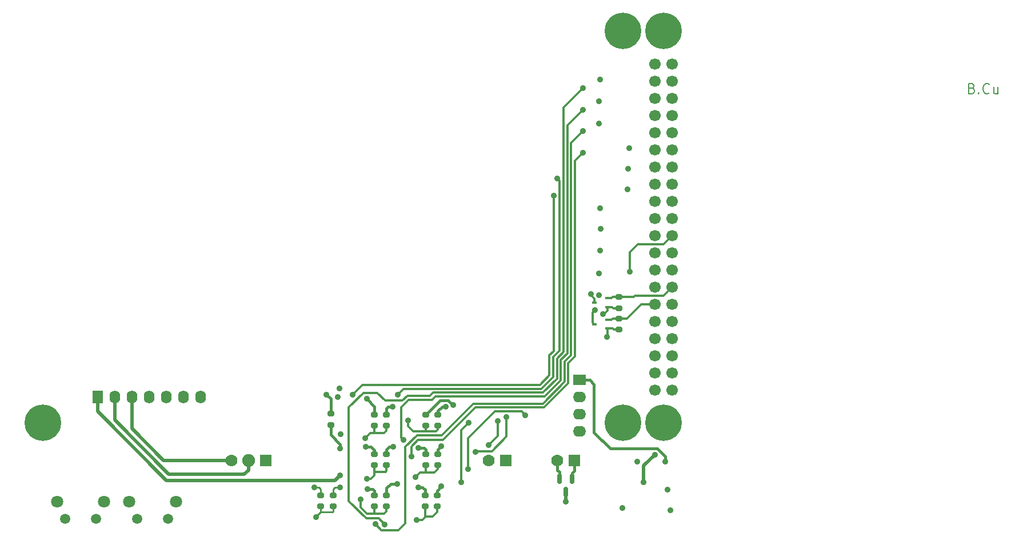
<source format=gbr>
%TF.GenerationSoftware,KiCad,Pcbnew,7.0.9-7.0.9~ubuntu20.04.1*%
%TF.CreationDate,2023-12-26T14:03:14-08:00*%
%TF.ProjectId,NX-IndicatorBoard,4e582d49-6e64-4696-9361-746f72426f61,1*%
%TF.SameCoordinates,Original*%
%TF.FileFunction,Copper,L4,Bot*%
%TF.FilePolarity,Positive*%
%FSLAX46Y46*%
G04 Gerber Fmt 4.6, Leading zero omitted, Abs format (unit mm)*
G04 Created by KiCad (PCBNEW 7.0.9-7.0.9~ubuntu20.04.1) date 2023-12-26 14:03:14*
%MOMM*%
%LPD*%
G01*
G04 APERTURE LIST*
G04 Aperture macros list*
%AMRoundRect*
0 Rectangle with rounded corners*
0 $1 Rounding radius*
0 $2 $3 $4 $5 $6 $7 $8 $9 X,Y pos of 4 corners*
0 Add a 4 corners polygon primitive as box body*
4,1,4,$2,$3,$4,$5,$6,$7,$8,$9,$2,$3,0*
0 Add four circle primitives for the rounded corners*
1,1,$1+$1,$2,$3*
1,1,$1+$1,$4,$5*
1,1,$1+$1,$6,$7*
1,1,$1+$1,$8,$9*
0 Add four rect primitives between the rounded corners*
20,1,$1+$1,$2,$3,$4,$5,0*
20,1,$1+$1,$4,$5,$6,$7,0*
20,1,$1+$1,$6,$7,$8,$9,0*
20,1,$1+$1,$8,$9,$2,$3,0*%
G04 Aperture macros list end*
%ADD10C,0.187500*%
%TA.AperFunction,NonConductor*%
%ADD11C,0.187500*%
%TD*%
%TA.AperFunction,ComponentPad*%
%ADD12R,1.778000X1.778000*%
%TD*%
%TA.AperFunction,ComponentPad*%
%ADD13C,1.905000*%
%TD*%
%TA.AperFunction,ComponentPad*%
%ADD14C,1.778000*%
%TD*%
%TA.AperFunction,ComponentPad*%
%ADD15C,1.700000*%
%TD*%
%TA.AperFunction,ComponentPad*%
%ADD16C,1.498600*%
%TD*%
%TA.AperFunction,ComponentPad*%
%ADD17C,1.803400*%
%TD*%
%TA.AperFunction,ComponentPad*%
%ADD18C,5.400000*%
%TD*%
%TA.AperFunction,ComponentPad*%
%ADD19R,1.600200X1.905000*%
%TD*%
%TA.AperFunction,ComponentPad*%
%ADD20O,1.600200X1.905000*%
%TD*%
%TA.AperFunction,ComponentPad*%
%ADD21R,1.905000X1.600200*%
%TD*%
%TA.AperFunction,ComponentPad*%
%ADD22O,1.905000X1.600200*%
%TD*%
%TA.AperFunction,SMDPad,CuDef*%
%ADD23RoundRect,0.200000X-0.275000X0.200000X-0.275000X-0.200000X0.275000X-0.200000X0.275000X0.200000X0*%
%TD*%
%TA.AperFunction,SMDPad,CuDef*%
%ADD24RoundRect,0.200000X0.275000X-0.200000X0.275000X0.200000X-0.275000X0.200000X-0.275000X-0.200000X0*%
%TD*%
%TA.AperFunction,SMDPad,CuDef*%
%ADD25R,0.700000X0.450000*%
%TD*%
%TA.AperFunction,SMDPad,CuDef*%
%ADD26RoundRect,0.150000X-0.150000X0.587500X-0.150000X-0.587500X0.150000X-0.587500X0.150000X0.587500X0*%
%TD*%
%TA.AperFunction,ViaPad*%
%ADD27C,0.889000*%
%TD*%
%TA.AperFunction,Conductor*%
%ADD28C,0.304800*%
%TD*%
%TA.AperFunction,Conductor*%
%ADD29C,0.381000*%
%TD*%
%TA.AperFunction,Conductor*%
%ADD30C,0.254000*%
%TD*%
%TA.AperFunction,Conductor*%
%ADD31C,0.508000*%
%TD*%
G04 APERTURE END LIST*
D10*
D11*
X203672497Y-59472964D02*
X203886783Y-59544392D01*
X203886783Y-59544392D02*
X203958212Y-59615821D01*
X203958212Y-59615821D02*
X204029640Y-59758678D01*
X204029640Y-59758678D02*
X204029640Y-59972964D01*
X204029640Y-59972964D02*
X203958212Y-60115821D01*
X203958212Y-60115821D02*
X203886783Y-60187250D01*
X203886783Y-60187250D02*
X203743926Y-60258678D01*
X203743926Y-60258678D02*
X203172497Y-60258678D01*
X203172497Y-60258678D02*
X203172497Y-58758678D01*
X203172497Y-58758678D02*
X203672497Y-58758678D01*
X203672497Y-58758678D02*
X203815355Y-58830107D01*
X203815355Y-58830107D02*
X203886783Y-58901535D01*
X203886783Y-58901535D02*
X203958212Y-59044392D01*
X203958212Y-59044392D02*
X203958212Y-59187250D01*
X203958212Y-59187250D02*
X203886783Y-59330107D01*
X203886783Y-59330107D02*
X203815355Y-59401535D01*
X203815355Y-59401535D02*
X203672497Y-59472964D01*
X203672497Y-59472964D02*
X203172497Y-59472964D01*
X204672497Y-60115821D02*
X204743926Y-60187250D01*
X204743926Y-60187250D02*
X204672497Y-60258678D01*
X204672497Y-60258678D02*
X204601069Y-60187250D01*
X204601069Y-60187250D02*
X204672497Y-60115821D01*
X204672497Y-60115821D02*
X204672497Y-60258678D01*
X206243926Y-60115821D02*
X206172498Y-60187250D01*
X206172498Y-60187250D02*
X205958212Y-60258678D01*
X205958212Y-60258678D02*
X205815355Y-60258678D01*
X205815355Y-60258678D02*
X205601069Y-60187250D01*
X205601069Y-60187250D02*
X205458212Y-60044392D01*
X205458212Y-60044392D02*
X205386783Y-59901535D01*
X205386783Y-59901535D02*
X205315355Y-59615821D01*
X205315355Y-59615821D02*
X205315355Y-59401535D01*
X205315355Y-59401535D02*
X205386783Y-59115821D01*
X205386783Y-59115821D02*
X205458212Y-58972964D01*
X205458212Y-58972964D02*
X205601069Y-58830107D01*
X205601069Y-58830107D02*
X205815355Y-58758678D01*
X205815355Y-58758678D02*
X205958212Y-58758678D01*
X205958212Y-58758678D02*
X206172498Y-58830107D01*
X206172498Y-58830107D02*
X206243926Y-58901535D01*
X207529641Y-59258678D02*
X207529641Y-60258678D01*
X206886783Y-59258678D02*
X206886783Y-60044392D01*
X206886783Y-60044392D02*
X206958212Y-60187250D01*
X206958212Y-60187250D02*
X207101069Y-60258678D01*
X207101069Y-60258678D02*
X207315355Y-60258678D01*
X207315355Y-60258678D02*
X207458212Y-60187250D01*
X207458212Y-60187250D02*
X207529641Y-60115821D01*
D12*
%TO.P,J4,1,Pin_1*%
%TO.N,/SYS_RST_RCV_RTN*%
X99060000Y-114554000D03*
D13*
%TO.P,J4,2,Pin_2*%
%TO.N,/UART2_RXD*%
X96520000Y-114554000D03*
D14*
%TO.P,J4,3,Pin_3*%
%TO.N,/UART2_TXD*%
X93980000Y-114554000D03*
%TD*%
D15*
%TO.P,J2,1,Pin_1*%
%TO.N,+3V3*%
X159270000Y-104130000D03*
%TO.P,J2,2,Pin_2*%
%TO.N,/5V*%
X156730000Y-104130000D03*
%TO.P,J2,3,Pin_3*%
%TO.N,/I2C1_SDA*%
X159270000Y-101590000D03*
%TO.P,J2,4,Pin_4*%
%TO.N,/5V*%
X156730000Y-101590000D03*
%TO.P,J2,5,Pin_5*%
%TO.N,/I2C1_SCL*%
X159270000Y-99050000D03*
%TO.P,J2,6,Pin_6*%
%TO.N,GND*%
X156730000Y-99050000D03*
%TO.P,J2,7,Pin_7*%
%TO.N,/GPIO09*%
X159270000Y-96510000D03*
%TO.P,J2,8,Pin_8*%
%TO.N,/UART1_TXD*%
X156730000Y-96510000D03*
%TO.P,J2,9,Pin_9*%
%TO.N,GND*%
X159270000Y-93970000D03*
%TO.P,J2,10,Pin_10*%
%TO.N,/UART1_RXD*%
X156730000Y-93970000D03*
%TO.P,J2,11,Pin_11*%
%TO.N,/UART1_RTS*%
X159270000Y-91430000D03*
%TO.P,J2,12,Pin_12*%
%TO.N,/I2S0_SCLK*%
X156730000Y-91430000D03*
%TO.P,J2,13,Pin_13*%
%TO.N,/SPI1_SCK*%
X159270000Y-88890000D03*
%TO.P,J2,14,Pin_14*%
%TO.N,GND*%
X156730000Y-88890000D03*
%TO.P,J2,15,Pin_15*%
%TO.N,/GPIO12*%
X159270000Y-86350000D03*
%TO.P,J2,16,Pin_16*%
%TO.N,/SPI3_CS1*%
X156730000Y-86350000D03*
%TO.P,J2,17,Pin_17*%
%TO.N,+3V3*%
X159270000Y-83810000D03*
%TO.P,J2,18,Pin_18*%
%TO.N,/SPI3_CS0*%
X156730000Y-83810000D03*
%TO.P,J2,19,Pin_19*%
%TO.N,/SPI0_MOSI*%
X159270000Y-81270000D03*
%TO.P,J2,20,Pin_20*%
%TO.N,GND*%
X156730000Y-81270000D03*
%TO.P,J2,21,Pin_21*%
%TO.N,/SPI0_MISO*%
X159270000Y-78730000D03*
%TO.P,J2,22,Pin_22*%
%TO.N,/SPI1_MISO*%
X156730000Y-78730000D03*
%TO.P,J2,23,Pin_23*%
%TO.N,/SPI0_SCK*%
X159270000Y-76190000D03*
%TO.P,J2,24,Pin_24*%
%TO.N,/SPI1_CS0*%
X156730000Y-76190000D03*
%TO.P,J2,25,Pin_25*%
%TO.N,GND*%
X159270000Y-73650000D03*
%TO.P,J2,26,Pin_26*%
%TO.N,/SPI0_CS1*%
X156730000Y-73650000D03*
%TO.P,J2,27,Pin_27*%
%TO.N,/I2C0_SDA*%
X159270000Y-71110000D03*
%TO.P,J2,28,Pin_28*%
%TO.N,/I2C0_SCL*%
X156730000Y-71110000D03*
%TO.P,J2,29,Pin_29*%
%TO.N,/GPIO01*%
X159270000Y-68570000D03*
%TO.P,J2,30,Pin_30*%
%TO.N,GND*%
X156730000Y-68570000D03*
%TO.P,J2,31,Pin_31*%
%TO.N,/GPIO11*%
X159270000Y-66030000D03*
%TO.P,J2,32,Pin_32*%
%TO.N,/GPIO07*%
X156730000Y-66030000D03*
%TO.P,J2,33,Pin_33*%
%TO.N,/GPIO13*%
X159270000Y-63490000D03*
%TO.P,J2,34,Pin_34*%
%TO.N,GND*%
X156730000Y-63490000D03*
%TO.P,J2,35,Pin_35*%
%TO.N,/I2S0_FS*%
X159270000Y-60950000D03*
%TO.P,J2,36,Pin_36*%
%TO.N,/UART1_CTS*%
X156730000Y-60950000D03*
%TO.P,J2,37,Pin_37*%
%TO.N,/SPI1_MOSI*%
X159270000Y-58410000D03*
%TO.P,J2,38,Pin_38*%
%TO.N,/I2S0_DIN*%
X156730000Y-58410000D03*
%TO.P,J2,39,Pin_39*%
%TO.N,GND*%
X159270000Y-55870000D03*
%TO.P,J2,40,Pin_40*%
%TO.N,/I2S0_DOUT*%
X156730000Y-55870000D03*
%TD*%
D16*
%TO.P,SW1,1,1*%
%TO.N,/SYS_RST_RCV_RTN*%
X69378000Y-123170450D03*
%TO.P,SW1,2,2*%
%TO.N,/~{SYS_RESET}*%
X73878001Y-123170450D03*
D17*
%TO.P,SW1,3*%
%TO.N,N/C*%
X68128001Y-120670574D03*
%TO.P,SW1,4*%
X75128000Y-120670574D03*
%TD*%
D18*
%TO.P,H2,1*%
%TO.N,N/C*%
X158000000Y-51000000D03*
%TD*%
%TO.P,H1,1*%
%TO.N,N/C*%
X152000000Y-51000000D03*
%TD*%
%TO.P,H4,1*%
%TO.N,N/C*%
X152000000Y-109000000D03*
%TD*%
D19*
%TO.P,J3,1,Pin_1*%
%TO.N,/NX_PC_LED-*%
X74152000Y-105156000D03*
D20*
%TO.P,J3,2,Pin_2*%
%TO.N,/UART2_RXD*%
X76692000Y-105156000D03*
%TO.P,J3,3,Pin_3*%
%TO.N,/UART2_TXD*%
X79232000Y-105156000D03*
%TO.P,J3,4,Pin_4*%
%TO.N,/SYS_RST_RCV_RTN*%
X81772000Y-105156000D03*
%TO.P,J3,5,Pin_5*%
%TO.N,/~{SYS_RESET}*%
X84312000Y-105156000D03*
%TO.P,J3,6,Pin_6*%
%TO.N,/SYS_RST_RCV_RTN*%
X86852000Y-105156000D03*
%TO.P,J3,7,Pin_7*%
%TO.N,/~{REC}*%
X89392000Y-105156000D03*
%TD*%
D18*
%TO.P,H3,1*%
%TO.N,N/C*%
X66000000Y-109000000D03*
%TD*%
%TO.P,H5,1*%
%TO.N,N/C*%
X158000000Y-109000000D03*
%TD*%
D12*
%TO.P,J5,1,Pin_1*%
%TO.N,/CAN-NX_H+*%
X134620000Y-114554000D03*
D14*
%TO.P,J5,2,Pin_2*%
%TO.N,/CAN-NX_L-*%
X132080000Y-114554000D03*
%TD*%
D21*
%TO.P,J1,1,Pin_1*%
%TO.N,/NX CAN/CAN_TX*%
X145542000Y-102616000D03*
D22*
%TO.P,J1,2,Pin_2*%
%TO.N,/NX CAN/CAN_RX*%
X145542000Y-105156000D03*
%TO.P,J1,3,Pin_3*%
%TO.N,GND*%
X145542000Y-107696000D03*
%TO.P,J1,4,Pin_4*%
%TO.N,/NX CAN/+3V3*%
X145542000Y-110236000D03*
%TD*%
D16*
%TO.P,SW2,1,1*%
%TO.N,/SYS_RST_RCV_RTN*%
X80046000Y-123170450D03*
%TO.P,SW2,2,2*%
%TO.N,/~{REC}*%
X84546001Y-123170450D03*
D17*
%TO.P,SW2,3*%
%TO.N,N/C*%
X78796001Y-120670574D03*
%TO.P,SW2,4*%
X85796000Y-120670574D03*
%TD*%
D12*
%TO.P,J6,1,Pin_1*%
%TO.N,/CAN-NX_H+*%
X144780000Y-114554000D03*
D14*
%TO.P,J6,2,Pin_2*%
%TO.N,/CAN-NX_L-*%
X142240000Y-114554000D03*
%TD*%
D23*
%TO.P,R18,1*%
%TO.N,Net-(D2A-RedA)*%
X115189000Y-107760000D03*
%TO.P,R18,2*%
%TO.N,+3V3*%
X115189000Y-109410000D03*
%TD*%
%TO.P,R15,1*%
%TO.N,Net-(D3B-Green-A)*%
X124587000Y-107760000D03*
%TO.P,R15,2*%
%TO.N,+3V3*%
X124587000Y-109410000D03*
%TD*%
D24*
%TO.P,R13,1*%
%TO.N,GND*%
X151400000Y-91996000D03*
%TO.P,R13,2*%
%TO.N,/SPI1_SCK*%
X151400000Y-90346000D03*
%TD*%
D23*
%TO.P,R21,1*%
%TO.N,Net-(D6A-RedA)*%
X122809000Y-113602000D03*
%TO.P,R21,2*%
%TO.N,+3V3*%
X122809000Y-115252000D03*
%TD*%
%TO.P,R19,1*%
%TO.N,Net-(D1B-Green-A)*%
X108712000Y-107633000D03*
%TO.P,R19,2*%
%TO.N,+3V3*%
X108712000Y-109283000D03*
%TD*%
%TO.P,R23,1*%
%TO.N,Net-(D5A-RedA)*%
X115189000Y-113602000D03*
%TO.P,R23,2*%
%TO.N,+3V3*%
X115189000Y-115252000D03*
%TD*%
%TO.P,R28,1*%
%TO.N,Net-(D7B-Green-A)*%
X109093000Y-119698000D03*
%TO.P,R28,2*%
%TO.N,+3V3*%
X109093000Y-121348000D03*
%TD*%
%TO.P,R20,1*%
%TO.N,Net-(D6B-Green-A)*%
X124587000Y-113602000D03*
%TO.P,R20,2*%
%TO.N,+3V3*%
X124587000Y-115252000D03*
%TD*%
%TO.P,R29,1*%
%TO.N,Net-(D7A-RedA)*%
X107188000Y-119698000D03*
%TO.P,R29,2*%
%TO.N,+3V3*%
X107188000Y-121348000D03*
%TD*%
D25*
%TO.P,Q13,1,G*%
%TO.N,/SPI1_SCK*%
X149733000Y-90521000D03*
%TO.P,Q13,2,S*%
%TO.N,GND*%
X149733000Y-91821000D03*
%TO.P,Q13,3,D*%
%TO.N,Net-(D7B-Green-K)*%
X147733000Y-91171000D03*
%TD*%
D23*
%TO.P,R26,1*%
%TO.N,Net-(D8B-Green-A)*%
X116967000Y-119698000D03*
%TO.P,R26,2*%
%TO.N,+3V3*%
X116967000Y-121348000D03*
%TD*%
%TO.P,R24,1*%
%TO.N,Net-(D9B-Green-A)*%
X124460000Y-119698000D03*
%TO.P,R24,2*%
%TO.N,+3V3*%
X124460000Y-121348000D03*
%TD*%
%TO.P,R17,1*%
%TO.N,Net-(D2B-Green-A)*%
X116967000Y-107760000D03*
%TO.P,R17,2*%
%TO.N,+3V3*%
X116967000Y-109410000D03*
%TD*%
%TO.P,R16,1*%
%TO.N,Net-(D3A-RedA)*%
X122809000Y-107760000D03*
%TO.P,R16,2*%
%TO.N,+3V3*%
X122809000Y-109410000D03*
%TD*%
D25*
%TO.P,Q14,1,G*%
%TO.N,/I2S0_SCLK*%
X149717000Y-93711000D03*
%TO.P,Q14,2,S*%
%TO.N,GND*%
X149717000Y-95011000D03*
%TO.P,Q14,3,D*%
%TO.N,Net-(D7A-Red-K)*%
X147717000Y-94361000D03*
%TD*%
D23*
%TO.P,R25,1*%
%TO.N,Net-(D9A-RedA)*%
X122682000Y-119698000D03*
%TO.P,R25,2*%
%TO.N,+3V3*%
X122682000Y-121348000D03*
%TD*%
%TO.P,R27,1*%
%TO.N,Net-(D8A-RedA)*%
X115189000Y-119698000D03*
%TO.P,R27,2*%
%TO.N,+3V3*%
X115189000Y-121348000D03*
%TD*%
D26*
%TO.P,D10,1,K1*%
%TO.N,/CAN-NX_L-*%
X142560000Y-117299500D03*
%TO.P,D10,2,K1*%
%TO.N,/CAN-NX_H+*%
X144460000Y-117299500D03*
%TO.P,D10,3,KK*%
%TO.N,GND*%
X143510000Y-119174500D03*
%TD*%
D23*
%TO.P,R22,1*%
%TO.N,Net-(D5B-Green-A)*%
X116967000Y-113602000D03*
%TO.P,R22,2*%
%TO.N,+3V3*%
X116967000Y-115252000D03*
%TD*%
D24*
%TO.P,R14,1*%
%TO.N,GND*%
X151384000Y-95186000D03*
%TO.P,R14,2*%
%TO.N,/I2S0_SCLK*%
X151384000Y-93536000D03*
%TD*%
D27*
%TO.N,+3V3*%
X106553000Y-122936000D03*
X114046000Y-117221000D03*
X121412000Y-123317000D03*
X113792000Y-111252000D03*
X110109000Y-112776000D03*
X121285000Y-116967000D03*
X120142000Y-108585000D03*
X113157000Y-120269000D03*
%TO.N,GND*%
X149606000Y-96266000D03*
X159004000Y-121920000D03*
X110147600Y-110669638D03*
X148590000Y-83439000D03*
X158623000Y-118872000D03*
X149047260Y-92865539D03*
X148463000Y-64643000D03*
X148590000Y-77216000D03*
X148463000Y-61341000D03*
X152781000Y-71374000D03*
X148590000Y-58166000D03*
X148463000Y-90043000D03*
X154115000Y-114681000D03*
X148717000Y-80264000D03*
X151892000Y-121539000D03*
X152654000Y-74422000D03*
X143510000Y-120650000D03*
X152908000Y-68326000D03*
X148463000Y-86868000D03*
%TO.N,/5V*%
X156718000Y-113664500D03*
X155067000Y-117729000D03*
%TO.N,/NX CAN/CAN_TX*%
X158242000Y-114681000D03*
%TO.N,/SPI0_MOSI*%
X153035000Y-86614000D03*
%TO.N,/NX_PC_LED-*%
X110109000Y-116713000D03*
%TO.N,Net-(D1B-Green-A)*%
X108077000Y-104775000D03*
%TO.N,Net-(D2A-RedA)*%
X114046000Y-105410000D03*
%TO.N,Net-(D2A-Red-K)*%
X111942808Y-104787200D03*
X141732000Y-75311000D03*
%TO.N,Net-(D2B-Green-A)*%
X117856000Y-106553000D03*
%TO.N,Net-(D2B-Green-K)*%
X142240000Y-72771000D03*
X118604343Y-104851700D03*
%TO.N,Net-(D3A-RedA)*%
X126856958Y-106365173D03*
%TO.N,Net-(D3B-Green-A)*%
X125730000Y-106553000D03*
%TO.N,Net-(D5A-RedA)*%
X113919000Y-112522000D03*
%TO.N,Net-(D5A-Red-K)*%
X146050000Y-68961000D03*
X120611400Y-113919000D03*
%TO.N,Net-(D5B-Green-K)*%
X146050000Y-62611000D03*
X119507000Y-111506000D03*
%TO.N,Net-(D7A-RedA)*%
X106299000Y-118491000D03*
%TO.N,Net-(D7A-Red-K)*%
X147789400Y-92295572D03*
X109728000Y-105156000D03*
%TO.N,Net-(D5B-Green-A)*%
X117983000Y-112522000D03*
%TO.N,Net-(D6A-RedA)*%
X121666000Y-112649000D03*
%TO.N,Net-(D6A-Red-K)*%
X130175000Y-113284000D03*
X134747000Y-108115600D03*
%TO.N,Net-(D6B-Green-A)*%
X125095000Y-112395000D03*
%TO.N,Net-(D6B-Green-K)*%
X133477000Y-108712000D03*
X132080000Y-112268000D03*
%TO.N,Net-(D7B-Green-A)*%
X110109000Y-118491000D03*
%TO.N,Net-(D7B-Green-K)*%
X147230600Y-89916000D03*
X109982000Y-103886000D03*
%TO.N,Net-(D8A-RedA)*%
X114173000Y-118745000D03*
%TO.N,Net-(D8A-Red-K)*%
X115316000Y-123952000D03*
X146050000Y-65786000D03*
%TO.N,Net-(D8B-Green-A)*%
X118517659Y-118015916D03*
%TO.N,Net-(D8B-Green-K)*%
X116713000Y-123990600D03*
X146050000Y-59436000D03*
%TO.N,Net-(D9A-RedA)*%
X121666000Y-118491000D03*
%TO.N,Net-(D9A-Red-K)*%
X137541000Y-107823000D03*
X129032000Y-115824000D03*
%TO.N,Net-(D9B-Green-A)*%
X125095000Y-118364000D03*
%TO.N,Net-(D9B-Green-K)*%
X128016000Y-117729000D03*
X129159000Y-108961600D03*
%TD*%
D28*
%TO.N,+3V3*%
X122809000Y-109410000D02*
X122809000Y-110236000D01*
X120142000Y-109474000D02*
X120904000Y-110236000D01*
X124460000Y-122174000D02*
X124079000Y-122555000D01*
X115189000Y-121348000D02*
X115189000Y-122428000D01*
X116586000Y-122428000D02*
X116967000Y-122047000D01*
D29*
X108712000Y-110744000D02*
X108712000Y-109283000D01*
D30*
X109093000Y-122047000D02*
X108966000Y-122174000D01*
D28*
X120904000Y-110236000D02*
X122809000Y-110236000D01*
X122809000Y-115252000D02*
X122809000Y-116332000D01*
D29*
X110109000Y-112141000D02*
X108712000Y-110744000D01*
D28*
X114074262Y-122428000D02*
X115189000Y-122428000D01*
X122682000Y-122936000D02*
X122301000Y-123317000D01*
X124460000Y-121348000D02*
X124460000Y-122174000D01*
X123825000Y-122809000D02*
X122682000Y-122809000D01*
X115189000Y-122428000D02*
X116586000Y-122428000D01*
X116967000Y-115252000D02*
X116967000Y-116078000D01*
X124587000Y-109982000D02*
X124333000Y-110236000D01*
X113157000Y-121510738D02*
X114074262Y-122428000D01*
X124587000Y-115252000D02*
X124587000Y-115824000D01*
X122682000Y-121348000D02*
X122682000Y-122809000D01*
X124079000Y-122555000D02*
X123825000Y-122809000D01*
X116586000Y-110490000D02*
X115062000Y-110490000D01*
D30*
X107188000Y-121348000D02*
X107188000Y-122174000D01*
D28*
X113792000Y-111252000D02*
X114554000Y-110490000D01*
X122809000Y-116332000D02*
X121920000Y-116332000D01*
D30*
X106553000Y-122936000D02*
X106553000Y-122809000D01*
D28*
X114681000Y-117221000D02*
X115189000Y-116713000D01*
X120142000Y-108585000D02*
X120142000Y-109474000D01*
X124587000Y-115824000D02*
X124079000Y-116332000D01*
D29*
X110109000Y-112776000D02*
X110109000Y-112141000D01*
D28*
X115189000Y-109410000D02*
X115189000Y-110363000D01*
D30*
X106553000Y-122809000D02*
X107188000Y-122174000D01*
D28*
X124333000Y-110236000D02*
X122809000Y-110236000D01*
X124587000Y-109410000D02*
X124587000Y-109982000D01*
X116840000Y-116205000D02*
X115189000Y-116205000D01*
X115189000Y-116713000D02*
X115189000Y-116205000D01*
X121920000Y-116332000D02*
X121285000Y-116967000D01*
D30*
X108966000Y-122174000D02*
X107188000Y-122174000D01*
D28*
X122301000Y-123317000D02*
X121412000Y-123317000D01*
X115189000Y-115252000D02*
X115189000Y-116205000D01*
X114554000Y-110490000D02*
X115062000Y-110490000D01*
X116967000Y-110109000D02*
X116586000Y-110490000D01*
X124079000Y-116332000D02*
X122809000Y-116332000D01*
X116967000Y-116078000D02*
X116840000Y-116205000D01*
X122682000Y-122809000D02*
X122682000Y-122936000D01*
X115189000Y-110363000D02*
X115062000Y-110490000D01*
X114046000Y-117221000D02*
X114681000Y-117221000D01*
X116967000Y-122047000D02*
X116967000Y-121348000D01*
D30*
X109093000Y-121348000D02*
X109093000Y-122047000D01*
D28*
X113157000Y-120269000D02*
X113157000Y-121510738D01*
X116967000Y-109410000D02*
X116967000Y-110109000D01*
%TO.N,GND*%
X149717000Y-96155000D02*
X149606000Y-96266000D01*
X151400000Y-91996000D02*
X150574000Y-91996000D01*
X150622000Y-95186000D02*
X151384000Y-95186000D01*
X149196461Y-92865539D02*
X149733000Y-92329000D01*
X149733000Y-92329000D02*
X149733000Y-91821000D01*
X150447000Y-95011000D02*
X150622000Y-95186000D01*
X150574000Y-91996000D02*
X150399000Y-91821000D01*
X149717000Y-95011000D02*
X150447000Y-95011000D01*
X149047260Y-92865539D02*
X149196461Y-92865539D01*
D31*
X143510000Y-119174500D02*
X143510000Y-120650000D01*
D28*
X149717000Y-95011000D02*
X149717000Y-96155000D01*
X150399000Y-91821000D02*
X149733000Y-91821000D01*
D31*
%TO.N,/5V*%
X156718000Y-113664500D02*
X155067000Y-115315500D01*
X155067000Y-115315500D02*
X155067000Y-117729000D01*
D29*
%TO.N,/CAN-NX_L-*%
X142240000Y-115951000D02*
X142240000Y-114554000D01*
X142560000Y-116271000D02*
X142240000Y-115951000D01*
X142560000Y-117299500D02*
X142560000Y-116271000D01*
%TO.N,/CAN-NX_H+*%
X144780000Y-116078000D02*
X144780000Y-114554000D01*
X144460000Y-116398000D02*
X144780000Y-116078000D01*
X144460000Y-117299500D02*
X144460000Y-116398000D01*
D31*
%TO.N,/UART2_RXD*%
X84709000Y-116586000D02*
X76692000Y-108569000D01*
X96520000Y-114554000D02*
X96520000Y-115951000D01*
X95885000Y-116586000D02*
X84709000Y-116586000D01*
X96520000Y-115951000D02*
X95885000Y-116586000D01*
X76692000Y-108569000D02*
X76692000Y-105156000D01*
%TO.N,/UART2_TXD*%
X79232000Y-109839000D02*
X79232000Y-105156000D01*
X83947000Y-114554000D02*
X79232000Y-109839000D01*
X93980000Y-114554000D02*
X83947000Y-114554000D01*
D29*
%TO.N,/NX CAN/CAN_TX*%
X147701000Y-103251000D02*
X147066000Y-102616000D01*
X157099000Y-112776000D02*
X150114000Y-112776000D01*
X150114000Y-112776000D02*
X147701000Y-110363000D01*
X158242000Y-113919000D02*
X157099000Y-112776000D01*
X158242000Y-114681000D02*
X158242000Y-113919000D01*
X147066000Y-102616000D02*
X145542000Y-102616000D01*
X147701000Y-110363000D02*
X147701000Y-103251000D01*
D28*
%TO.N,/I2S0_SCLK*%
X154696000Y-91430000D02*
X152590000Y-93536000D01*
X150256000Y-93711000D02*
X150431000Y-93536000D01*
X152590000Y-93536000D02*
X151384000Y-93536000D01*
X150431000Y-93536000D02*
X151384000Y-93536000D01*
X149717000Y-93711000D02*
X150256000Y-93711000D01*
X156730000Y-91430000D02*
X154696000Y-91430000D01*
%TO.N,/SPI1_SCK*%
X153621000Y-90346000D02*
X151400000Y-90346000D01*
X153797000Y-90170000D02*
X153621000Y-90346000D01*
X150447000Y-90346000D02*
X151400000Y-90346000D01*
X159270000Y-88890000D02*
X157990000Y-90170000D01*
X149733000Y-90521000D02*
X150272000Y-90521000D01*
X150272000Y-90521000D02*
X150447000Y-90346000D01*
X157990000Y-90170000D02*
X153797000Y-90170000D01*
%TO.N,/SPI0_MOSI*%
X154178000Y-82550000D02*
X157990000Y-82550000D01*
X153035000Y-83693000D02*
X154178000Y-82550000D01*
X157990000Y-82550000D02*
X159270000Y-81270000D01*
X153035000Y-86614000D02*
X153035000Y-83693000D01*
D31*
%TO.N,/NX_PC_LED-*%
X74152000Y-107299000D02*
X74152000Y-105156000D01*
X109347000Y-117475000D02*
X84328000Y-117475000D01*
X110109000Y-116713000D02*
X109347000Y-117475000D01*
X84328000Y-117475000D02*
X74152000Y-107299000D01*
D29*
%TO.N,Net-(D1B-Green-A)*%
X108712000Y-105410000D02*
X108077000Y-104775000D01*
X108712000Y-107633000D02*
X108712000Y-105410000D01*
%TO.N,Net-(D2A-RedA)*%
X114046000Y-105410000D02*
X115189000Y-106553000D01*
X115189000Y-106553000D02*
X115189000Y-107760000D01*
D28*
%TO.N,Net-(D2A-Red-K)*%
X141732000Y-98354163D02*
X141732000Y-75311000D01*
X113339308Y-103390700D02*
X139680145Y-103390700D01*
X141097000Y-98989163D02*
X141732000Y-98354163D01*
X139680145Y-103390700D02*
X141097000Y-101973845D01*
X111942808Y-104787200D02*
X113339308Y-103390700D01*
X141097000Y-101973845D02*
X141097000Y-98989163D01*
D29*
%TO.N,Net-(D2B-Green-A)*%
X117221000Y-106553000D02*
X116967000Y-106807000D01*
X117856000Y-106553000D02*
X117221000Y-106553000D01*
X116967000Y-106807000D02*
X116967000Y-107760000D01*
D28*
%TO.N,Net-(D2B-Green-K)*%
X142621000Y-98255425D02*
X142621000Y-73152000D01*
X139911607Y-103949500D02*
X141655800Y-102205307D01*
X119506543Y-103949500D02*
X139911607Y-103949500D01*
X118604343Y-104851700D02*
X119506543Y-103949500D01*
X141655800Y-99220625D02*
X142621000Y-98255425D01*
X141655800Y-102205307D02*
X141655800Y-99220625D01*
X142621000Y-73152000D02*
X142240000Y-72771000D01*
D29*
%TO.N,Net-(D3A-RedA)*%
X126619000Y-106365173D02*
X126619000Y-106184764D01*
X126619000Y-106184764D02*
X126098236Y-105664000D01*
X126098236Y-105664000D02*
X124905000Y-105664000D01*
X124905000Y-105664000D02*
X122809000Y-107760000D01*
X126856958Y-106365173D02*
X126619000Y-106365173D01*
%TO.N,Net-(D3B-Green-A)*%
X124587000Y-107760000D02*
X124587000Y-107188000D01*
X125222000Y-106553000D02*
X125730000Y-106553000D01*
X124587000Y-107188000D02*
X125222000Y-106553000D01*
%TO.N,Net-(D5A-RedA)*%
X115189000Y-113602000D02*
X115189000Y-113030000D01*
X115189000Y-113030000D02*
X114681000Y-112522000D01*
X114681000Y-112522000D02*
X113919000Y-112522000D01*
D28*
%TO.N,Net-(D5A-Red-K)*%
X144856200Y-99181275D02*
X143891000Y-100146475D01*
X144856200Y-70154800D02*
X144856200Y-99181275D01*
X143891000Y-100146475D02*
X143891000Y-103131155D01*
X143891000Y-103131155D02*
X140316256Y-106705900D01*
X120611400Y-112500245D02*
X120611400Y-113919000D01*
X146050000Y-68961000D02*
X144856200Y-70154800D01*
X130149100Y-106705900D02*
X125349000Y-111506000D01*
X125349000Y-111506000D02*
X121605645Y-111506000D01*
X121605645Y-111506000D02*
X120611400Y-112500245D01*
X140316256Y-106705900D02*
X130149100Y-106705900D01*
%TO.N,Net-(D5B-Green-K)*%
X143738600Y-98718350D02*
X142773400Y-99683550D01*
X120269000Y-105537000D02*
X119126000Y-106680000D01*
X146050000Y-62611000D02*
X143738600Y-64922400D01*
X119126000Y-106680000D02*
X119126000Y-111125000D01*
X143738600Y-64922400D02*
X143738600Y-98718350D01*
X140374531Y-105067100D02*
X124167900Y-105067100D01*
X124167900Y-105067100D02*
X123698000Y-105537000D01*
X123698000Y-105537000D02*
X120269000Y-105537000D01*
X119126000Y-111125000D02*
X119507000Y-111506000D01*
X142773400Y-102668231D02*
X140374531Y-105067100D01*
X142773400Y-99683550D02*
X142773400Y-102668231D01*
D30*
%TO.N,Net-(D7A-RedA)*%
X106934000Y-118491000D02*
X107188000Y-118745000D01*
X107188000Y-118745000D02*
X107188000Y-119698000D01*
X106299000Y-118491000D02*
X106934000Y-118491000D01*
D28*
%TO.N,Net-(D7A-Red-K)*%
X147492000Y-94136000D02*
X147492000Y-92592972D01*
X147492000Y-92592972D02*
X147789400Y-92295572D01*
X147717000Y-94361000D02*
X147492000Y-94136000D01*
D29*
%TO.N,Net-(D5B-Green-A)*%
X117348000Y-112522000D02*
X117983000Y-112522000D01*
X116967000Y-112903000D02*
X117348000Y-112522000D01*
X116967000Y-113602000D02*
X116967000Y-112903000D01*
%TO.N,Net-(D6A-RedA)*%
X122809000Y-112903000D02*
X122555000Y-112649000D01*
X122555000Y-112649000D02*
X121666000Y-112649000D01*
X122809000Y-113602000D02*
X122809000Y-112903000D01*
D28*
%TO.N,Net-(D6A-Red-K)*%
X132588000Y-113157000D02*
X130302000Y-113157000D01*
X130302000Y-113157000D02*
X130175000Y-113284000D01*
X134747000Y-108115600D02*
X134747000Y-110998000D01*
X134747000Y-110998000D02*
X132588000Y-113157000D01*
D29*
%TO.N,Net-(D6B-Green-A)*%
X124587000Y-113602000D02*
X124587000Y-112903000D01*
X124587000Y-112903000D02*
X125095000Y-112395000D01*
D28*
%TO.N,Net-(D6B-Green-K)*%
X133477000Y-108712000D02*
X133477000Y-110871000D01*
X133477000Y-110871000D02*
X132080000Y-112268000D01*
D30*
%TO.N,Net-(D7B-Green-A)*%
X110109000Y-118491000D02*
X109347000Y-118491000D01*
X109093000Y-118745000D02*
X109093000Y-119698000D01*
X109347000Y-118491000D02*
X109093000Y-118745000D01*
D28*
%TO.N,Net-(D7B-Green-K)*%
X147733000Y-91171000D02*
X147733000Y-90583000D01*
X147230600Y-90080600D02*
X147230600Y-89916000D01*
X147733000Y-90583000D02*
X147230600Y-90080600D01*
D29*
%TO.N,Net-(D8A-RedA)*%
X114935000Y-118745000D02*
X114173000Y-118745000D01*
X115189000Y-118999000D02*
X114935000Y-118745000D01*
X115189000Y-119698000D02*
X115189000Y-118999000D01*
D28*
%TO.N,Net-(D8A-Red-K)*%
X146050000Y-65786000D02*
X144297400Y-67538600D01*
X143332200Y-99915013D02*
X143332200Y-102899693D01*
X121488200Y-110794800D02*
X119761000Y-112522000D01*
X143332200Y-102899693D02*
X140084793Y-106147100D01*
X119761000Y-112522000D02*
X119761000Y-123825000D01*
X144297400Y-98949813D02*
X143332200Y-99915013D01*
X144297400Y-67538600D02*
X144297400Y-98949813D01*
X140084793Y-106147100D02*
X129818900Y-106147100D01*
X125171200Y-110794800D02*
X121488200Y-110794800D01*
X119761000Y-123825000D02*
X118745000Y-124841000D01*
X129818900Y-106147100D02*
X125171200Y-110794800D01*
X118745000Y-124841000D02*
X116205000Y-124841000D01*
X116205000Y-124841000D02*
X115316000Y-123952000D01*
D29*
%TO.N,Net-(D8B-Green-A)*%
X117569084Y-118015916D02*
X116967000Y-118618000D01*
X116967000Y-118618000D02*
X116967000Y-119698000D01*
X118517659Y-118015916D02*
X117569084Y-118015916D01*
D28*
%TO.N,Net-(D8B-Green-K)*%
X115823500Y-123101100D02*
X113957100Y-123101100D01*
X142214600Y-99452087D02*
X143179800Y-98486887D01*
X111379000Y-120523000D02*
X111379000Y-106680000D01*
X143179800Y-62306200D02*
X146050000Y-59436000D01*
X113957100Y-123101100D02*
X111379000Y-120523000D01*
X119313638Y-105702100D02*
X120037538Y-104978200D01*
X140143069Y-104508300D02*
X142214600Y-102436769D01*
X142214600Y-102436769D02*
X142214600Y-99452087D01*
X120037538Y-104978200D02*
X123367800Y-104978200D01*
X116751100Y-105702100D02*
X119313638Y-105702100D01*
X116713000Y-123990600D02*
X115823500Y-123101100D01*
X143179800Y-98486887D02*
X143179800Y-62306200D01*
X111379000Y-106680000D02*
X113499900Y-104559100D01*
X123367800Y-104978200D02*
X123837700Y-104508300D01*
X123837700Y-104508300D02*
X140143069Y-104508300D01*
X113499900Y-104559100D02*
X115608100Y-104559100D01*
X115608100Y-104559100D02*
X116751100Y-105702100D01*
D29*
%TO.N,Net-(D9A-RedA)*%
X122682000Y-119698000D02*
X122682000Y-118872000D01*
X122301000Y-118491000D02*
X121666000Y-118491000D01*
X122682000Y-118872000D02*
X122301000Y-118491000D01*
D28*
%TO.N,Net-(D9A-Red-K)*%
X137541000Y-107823000D02*
X136982700Y-107264700D01*
X129032000Y-111252000D02*
X129032000Y-115824000D01*
X133019300Y-107264700D02*
X129032000Y-111252000D01*
X136982700Y-107264700D02*
X133019300Y-107264700D01*
D29*
%TO.N,Net-(D9B-Green-A)*%
X124460000Y-119698000D02*
X124460000Y-118999000D01*
X124460000Y-118999000D02*
X125095000Y-118364000D01*
D28*
%TO.N,Net-(D9B-Green-K)*%
X128016000Y-110104600D02*
X128016000Y-117729000D01*
X129159000Y-108961600D02*
X128016000Y-110104600D01*
%TD*%
M02*

</source>
